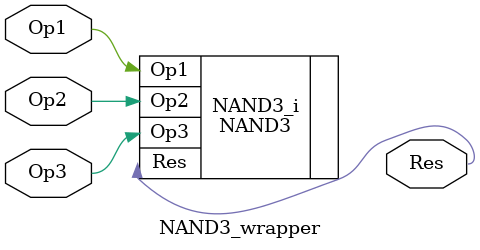
<source format=v>
`timescale 1 ps / 1 ps

module NAND3_wrapper
   (Op1,
    Op2,
    Op3,
    Res);
  input [0:0]Op1;
  input [0:0]Op2;
  input [0:0]Op3;
  output [0:0]Res;

  wire [0:0]Op1;
  wire [0:0]Op2;
  wire [0:0]Op3;
  wire [0:0]Res;

  NAND3 NAND3_i
       (.Op1(Op1),
        .Op2(Op2),
        .Op3(Op3),
        .Res(Res));
endmodule

</source>
